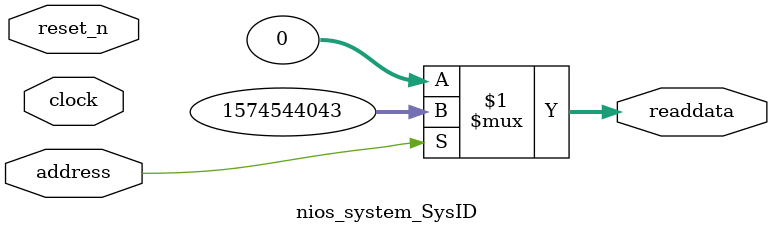
<source format=v>



// synthesis translate_off
`timescale 1ns / 1ps
// synthesis translate_on

// turn off superfluous verilog processor warnings 
// altera message_level Level1 
// altera message_off 10034 10035 10036 10037 10230 10240 10030 

module nios_system_SysID (
               // inputs:
                address,
                clock,
                reset_n,

               // outputs:
                readdata
             )
;

  output  [ 31: 0] readdata;
  input            address;
  input            clock;
  input            reset_n;

  wire    [ 31: 0] readdata;
  //control_slave, which is an e_avalon_slave
  assign readdata = address ? 1574544043 : 0;

endmodule



</source>
